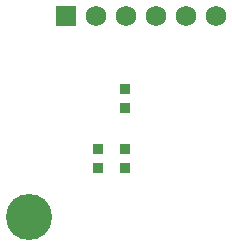
<source format=gbs>
G04*
G04 #@! TF.GenerationSoftware,Altium Limited,Altium Designer,25.1.2 (22)*
G04*
G04 Layer_Color=16711935*
%FSLAX26Y26*%
%MOIN*%
G70*
G04*
G04 #@! TF.SameCoordinates,3C89DFF2-4D07-40C4-B63C-CCDB096C3DA4*
G04*
G04*
G04 #@! TF.FilePolarity,Negative*
G04*
G01*
G75*
%ADD15R,0.035911X0.033808*%
%ADD20C,0.153936*%
%ADD21C,0.068897*%
%ADD22R,0.068897X0.068897*%
D15*
X470000Y314421D02*
D03*
Y375579D02*
D03*
Y575579D02*
D03*
Y514421D02*
D03*
X380000Y314421D02*
D03*
Y375579D02*
D03*
D20*
X150000Y150000D02*
D03*
D21*
X775000Y820000D02*
D03*
X675000D02*
D03*
X575000D02*
D03*
X475000D02*
D03*
X375000D02*
D03*
D22*
X275000D02*
D03*
M02*

</source>
